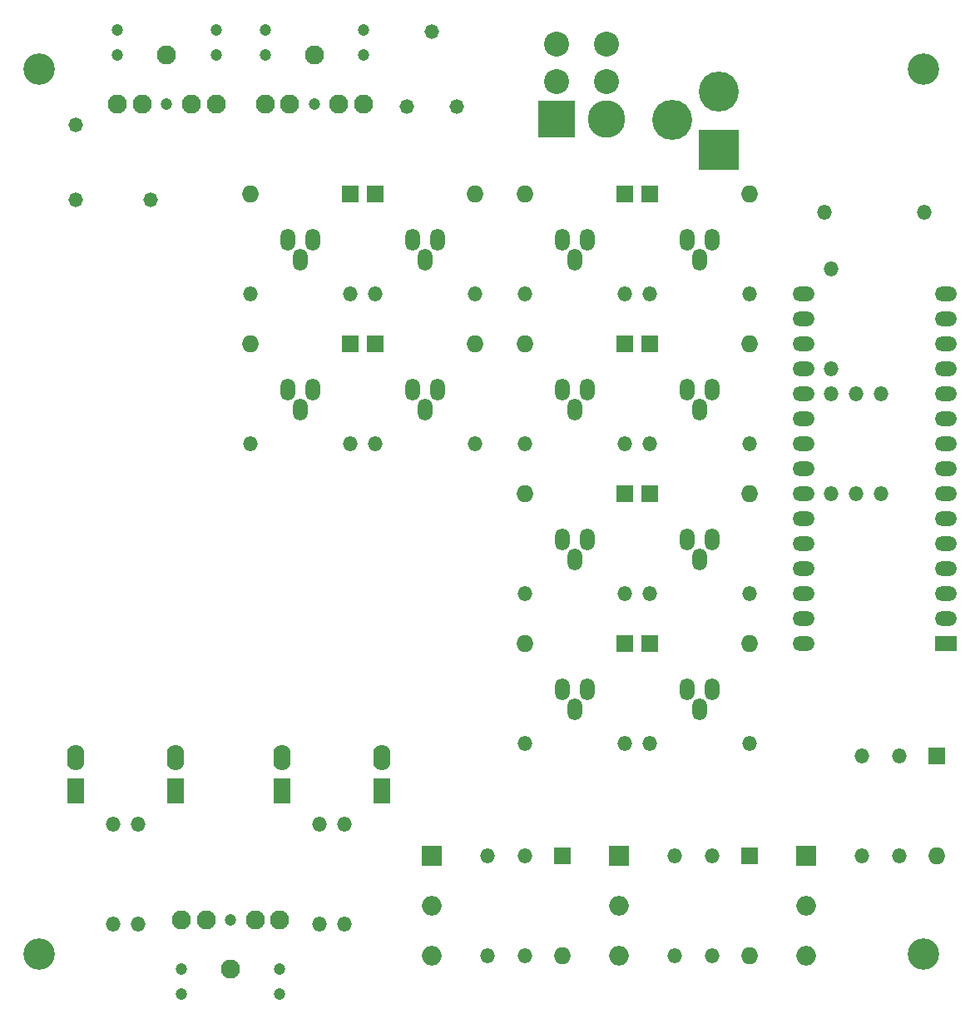
<source format=gbs>
G04 (created by PCBNEW (2013-07-07 BZR 4022)-stable) date Tue 03 Nov 2020 08:36:50 PM CST*
%MOIN*%
G04 Gerber Fmt 3.4, Leading zero omitted, Abs format*
%FSLAX34Y34*%
G01*
G70*
G90*
G04 APERTURE LIST*
%ADD10C,0.00590551*%
%ADD11R,0.069X0.069*%
%ADD12O,0.069X0.069*%
%ADD13O,0.059X0.0885*%
%ADD14C,0.0767717*%
%ADD15C,0.0472441*%
%ADD16O,0.059X0.059*%
%ADD17R,0.069X0.1035*%
%ADD18O,0.069X0.1035*%
%ADD19R,0.0885X0.059*%
%ADD20O,0.0885X0.059*%
%ADD21C,0.125984*%
%ADD22R,0.0787402X0.0787402*%
%ADD23O,0.0787402X0.0787402*%
%ADD24R,0.16X0.16*%
%ADD25C,0.16*%
%ADD26R,0.15X0.15*%
%ADD27C,0.15*%
%ADD28C,0.1*%
%ADD29O,0.058X0.058*%
G04 APERTURE END LIST*
G54D10*
G54D11*
X58000Y-92500D03*
G54D12*
X58000Y-96500D03*
G54D13*
X45500Y-67852D03*
X45000Y-68647D03*
X44500Y-67852D03*
X56500Y-85852D03*
X56000Y-86647D03*
X55500Y-85852D03*
X56500Y-73852D03*
X56000Y-74647D03*
X55500Y-73852D03*
X56500Y-79852D03*
X56000Y-80647D03*
X55500Y-79852D03*
X56500Y-67852D03*
X56000Y-68647D03*
X55500Y-67852D03*
X45500Y-73852D03*
X45000Y-74647D03*
X44500Y-73852D03*
G54D14*
X37204Y-97047D03*
X36220Y-95078D03*
X38188Y-95078D03*
X35236Y-95078D03*
X39173Y-95078D03*
G54D15*
X35236Y-97047D03*
X35236Y-98031D03*
X37204Y-95078D03*
X39173Y-97047D03*
X39173Y-98031D03*
G54D16*
X54000Y-76000D03*
X58000Y-76000D03*
X42000Y-70000D03*
X38000Y-70000D03*
X53000Y-76000D03*
X49000Y-76000D03*
X53000Y-82000D03*
X49000Y-82000D03*
X43000Y-70000D03*
X47000Y-70000D03*
X43000Y-76000D03*
X47000Y-76000D03*
X54000Y-82000D03*
X58000Y-82000D03*
X53000Y-88000D03*
X49000Y-88000D03*
X54000Y-88000D03*
X58000Y-88000D03*
X53000Y-70000D03*
X49000Y-70000D03*
X54000Y-70000D03*
X58000Y-70000D03*
X42000Y-76000D03*
X38000Y-76000D03*
X49000Y-96500D03*
X49000Y-92500D03*
X56500Y-96500D03*
X56500Y-92500D03*
X64000Y-92500D03*
X64000Y-88500D03*
X40750Y-95250D03*
X40750Y-91250D03*
X41750Y-95250D03*
X41750Y-91250D03*
X33500Y-95250D03*
X33500Y-91250D03*
X32500Y-95250D03*
X32500Y-91250D03*
G54D17*
X35000Y-89922D03*
G54D18*
X35000Y-88577D03*
G54D17*
X39250Y-89922D03*
G54D18*
X39250Y-88577D03*
G54D17*
X43250Y-89922D03*
G54D18*
X43250Y-88577D03*
G54D17*
X31000Y-89922D03*
G54D18*
X31000Y-88577D03*
G54D11*
X65500Y-88500D03*
G54D12*
X65500Y-92500D03*
G54D11*
X50500Y-92500D03*
G54D12*
X50500Y-96500D03*
G54D11*
X42000Y-72000D03*
G54D12*
X38000Y-72000D03*
G54D11*
X43000Y-72000D03*
G54D12*
X47000Y-72000D03*
G54D11*
X54000Y-66000D03*
G54D12*
X58000Y-66000D03*
G54D11*
X53000Y-66000D03*
G54D12*
X49000Y-66000D03*
G54D11*
X43000Y-66000D03*
G54D12*
X47000Y-66000D03*
G54D11*
X42000Y-66000D03*
G54D12*
X38000Y-66000D03*
G54D11*
X53000Y-84000D03*
G54D12*
X49000Y-84000D03*
G54D11*
X54000Y-84000D03*
G54D12*
X58000Y-84000D03*
G54D11*
X54000Y-72000D03*
G54D12*
X58000Y-72000D03*
G54D11*
X53000Y-72000D03*
G54D12*
X49000Y-72000D03*
G54D11*
X53000Y-78000D03*
G54D12*
X49000Y-78000D03*
G54D11*
X54000Y-78000D03*
G54D12*
X58000Y-78000D03*
G54D19*
X65852Y-84000D03*
G54D20*
X65852Y-83000D03*
X65852Y-82000D03*
X65852Y-81000D03*
X60147Y-79000D03*
X60147Y-80000D03*
X60147Y-81000D03*
X65852Y-80000D03*
X65852Y-79000D03*
X65852Y-78000D03*
X60147Y-78000D03*
X60147Y-77000D03*
X60147Y-76000D03*
X65852Y-77000D03*
X65852Y-76000D03*
X65852Y-75000D03*
X65852Y-74000D03*
X65852Y-73000D03*
X65852Y-72000D03*
X65852Y-71000D03*
X60147Y-75000D03*
X60147Y-74000D03*
X60147Y-73000D03*
X60147Y-72000D03*
X60147Y-71000D03*
X60147Y-70000D03*
X65852Y-70000D03*
X60147Y-82000D03*
X60147Y-83000D03*
X60147Y-84000D03*
G54D21*
X29527Y-61023D03*
X64960Y-61023D03*
X64960Y-96456D03*
X29527Y-96456D03*
G54D22*
X60250Y-92500D03*
G54D23*
X60250Y-94500D03*
X60250Y-96500D03*
G54D22*
X52750Y-92500D03*
G54D23*
X52750Y-94500D03*
X52750Y-96500D03*
G54D22*
X45250Y-92500D03*
G54D23*
X45250Y-94500D03*
X45250Y-96500D03*
G54D24*
X56750Y-64250D03*
G54D25*
X56750Y-61900D03*
X54900Y-63050D03*
G54D26*
X50250Y-63000D03*
G54D27*
X52250Y-63000D03*
G54D28*
X50250Y-61500D03*
X52250Y-61500D03*
X52250Y-60000D03*
X50250Y-60000D03*
G54D16*
X47500Y-92500D03*
X47500Y-96500D03*
X55000Y-92500D03*
X55000Y-96500D03*
X62500Y-88500D03*
X62500Y-92500D03*
G54D14*
X34645Y-60433D03*
X35629Y-62401D03*
X33661Y-62401D03*
X36614Y-62401D03*
X32677Y-62401D03*
G54D15*
X36614Y-60433D03*
X36614Y-59448D03*
X34645Y-62401D03*
X32677Y-60433D03*
X32677Y-59448D03*
G54D14*
X40551Y-60433D03*
X41535Y-62401D03*
X39566Y-62401D03*
X42519Y-62401D03*
X38582Y-62401D03*
G54D15*
X42519Y-60433D03*
X42519Y-59448D03*
X40551Y-62401D03*
X38582Y-60433D03*
X38582Y-59448D03*
G54D29*
X45250Y-59500D03*
X46250Y-62500D03*
X44250Y-62500D03*
X31000Y-66250D03*
X34000Y-66250D03*
X31000Y-63250D03*
G54D16*
X61250Y-69000D03*
X61250Y-73000D03*
X61000Y-66750D03*
X65000Y-66750D03*
X62250Y-74000D03*
X62250Y-78000D03*
X63250Y-78000D03*
X63250Y-74000D03*
X61250Y-74000D03*
X61250Y-78000D03*
G54D13*
X40500Y-67852D03*
X40000Y-68647D03*
X39500Y-67852D03*
X51500Y-67852D03*
X51000Y-68647D03*
X50500Y-67852D03*
X40500Y-73852D03*
X40000Y-74647D03*
X39500Y-73852D03*
X51500Y-73852D03*
X51000Y-74647D03*
X50500Y-73852D03*
X51500Y-79852D03*
X51000Y-80647D03*
X50500Y-79852D03*
X51500Y-85852D03*
X51000Y-86647D03*
X50500Y-85852D03*
M02*

</source>
